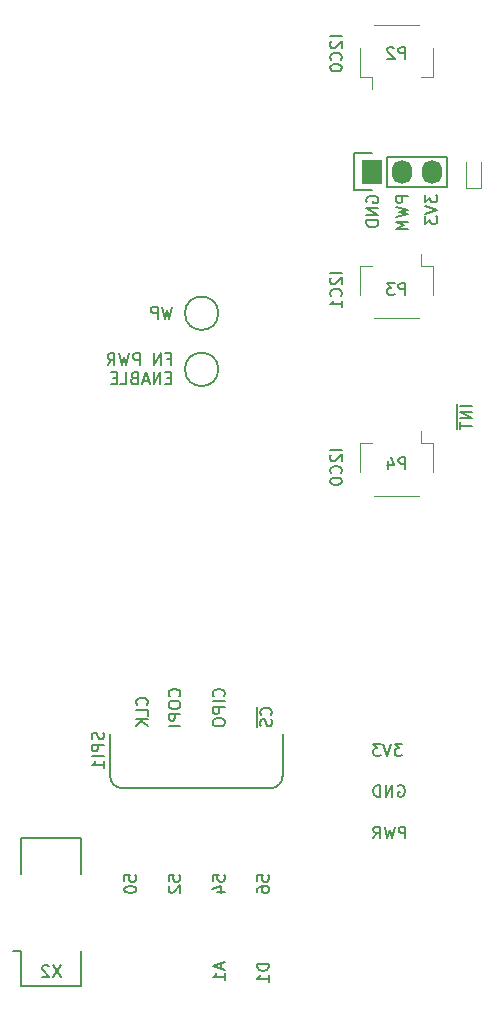
<source format=gbr>
%TF.GenerationSoftware,KiCad,Pcbnew,7.0.6*%
%TF.CreationDate,2023-08-09T14:48:53+09:30*%
%TF.ProjectId,backplane,6261636b-706c-4616-9e65-2e6b69636164,V1.0*%
%TF.SameCoordinates,Original*%
%TF.FileFunction,Legend,Bot*%
%TF.FilePolarity,Positive*%
%FSLAX46Y46*%
G04 Gerber Fmt 4.6, Leading zero omitted, Abs format (unit mm)*
G04 Created by KiCad (PCBNEW 7.0.6) date 2023-08-09 14:48:53*
%MOMM*%
%LPD*%
G01*
G04 APERTURE LIST*
%ADD10C,0.150000*%
%ADD11C,0.120000*%
%ADD12R,1.727200X2.032000*%
%ADD13O,1.727200X2.032000*%
G04 APERTURE END LIST*
D10*
X123600000Y-131200000D02*
G75*
G03*
X124600000Y-130200000I0J1000000D01*
G01*
X111000000Y-131200000D02*
X123600000Y-131200000D01*
X110000000Y-130200000D02*
G75*
G03*
X111000000Y-131200000I1000000J0D01*
G01*
X124600000Y-126600000D02*
X124600000Y-130200000D01*
X110000000Y-126600000D02*
X110000000Y-130200000D01*
X109407200Y-126510840D02*
X109454819Y-126653697D01*
X109454819Y-126653697D02*
X109454819Y-126891792D01*
X109454819Y-126891792D02*
X109407200Y-126987030D01*
X109407200Y-126987030D02*
X109359580Y-127034649D01*
X109359580Y-127034649D02*
X109264342Y-127082268D01*
X109264342Y-127082268D02*
X109169104Y-127082268D01*
X109169104Y-127082268D02*
X109073866Y-127034649D01*
X109073866Y-127034649D02*
X109026247Y-126987030D01*
X109026247Y-126987030D02*
X108978628Y-126891792D01*
X108978628Y-126891792D02*
X108931009Y-126701316D01*
X108931009Y-126701316D02*
X108883390Y-126606078D01*
X108883390Y-126606078D02*
X108835771Y-126558459D01*
X108835771Y-126558459D02*
X108740533Y-126510840D01*
X108740533Y-126510840D02*
X108645295Y-126510840D01*
X108645295Y-126510840D02*
X108550057Y-126558459D01*
X108550057Y-126558459D02*
X108502438Y-126606078D01*
X108502438Y-126606078D02*
X108454819Y-126701316D01*
X108454819Y-126701316D02*
X108454819Y-126939411D01*
X108454819Y-126939411D02*
X108502438Y-127082268D01*
X109454819Y-127510840D02*
X108454819Y-127510840D01*
X108454819Y-127510840D02*
X108454819Y-127891792D01*
X108454819Y-127891792D02*
X108502438Y-127987030D01*
X108502438Y-127987030D02*
X108550057Y-128034649D01*
X108550057Y-128034649D02*
X108645295Y-128082268D01*
X108645295Y-128082268D02*
X108788152Y-128082268D01*
X108788152Y-128082268D02*
X108883390Y-128034649D01*
X108883390Y-128034649D02*
X108931009Y-127987030D01*
X108931009Y-127987030D02*
X108978628Y-127891792D01*
X108978628Y-127891792D02*
X108978628Y-127510840D01*
X109454819Y-128510840D02*
X108454819Y-128510840D01*
X109454819Y-129510839D02*
X109454819Y-128939411D01*
X109454819Y-129225125D02*
X108454819Y-129225125D01*
X108454819Y-129225125D02*
X108597676Y-129129887D01*
X108597676Y-129129887D02*
X108692914Y-129034649D01*
X108692914Y-129034649D02*
X108740533Y-128939411D01*
X119419104Y-146039160D02*
X119419104Y-146515350D01*
X119704819Y-145943922D02*
X118704819Y-146277255D01*
X118704819Y-146277255D02*
X119704819Y-146610588D01*
X119704819Y-147467731D02*
X119704819Y-146896303D01*
X119704819Y-147182017D02*
X118704819Y-147182017D01*
X118704819Y-147182017D02*
X118847676Y-147086779D01*
X118847676Y-147086779D02*
X118942914Y-146991541D01*
X118942914Y-146991541D02*
X118990533Y-146896303D01*
X123454819Y-146086779D02*
X122454819Y-146086779D01*
X122454819Y-146086779D02*
X122454819Y-146324874D01*
X122454819Y-146324874D02*
X122502438Y-146467731D01*
X122502438Y-146467731D02*
X122597676Y-146562969D01*
X122597676Y-146562969D02*
X122692914Y-146610588D01*
X122692914Y-146610588D02*
X122883390Y-146658207D01*
X122883390Y-146658207D02*
X123026247Y-146658207D01*
X123026247Y-146658207D02*
X123216723Y-146610588D01*
X123216723Y-146610588D02*
X123311961Y-146562969D01*
X123311961Y-146562969D02*
X123407200Y-146467731D01*
X123407200Y-146467731D02*
X123454819Y-146324874D01*
X123454819Y-146324874D02*
X123454819Y-146086779D01*
X123454819Y-147610588D02*
X123454819Y-147039160D01*
X123454819Y-147324874D02*
X122454819Y-147324874D01*
X122454819Y-147324874D02*
X122597676Y-147229636D01*
X122597676Y-147229636D02*
X122692914Y-147134398D01*
X122692914Y-147134398D02*
X122740533Y-147039160D01*
X119609580Y-123437030D02*
X119657200Y-123389411D01*
X119657200Y-123389411D02*
X119704819Y-123246554D01*
X119704819Y-123246554D02*
X119704819Y-123151316D01*
X119704819Y-123151316D02*
X119657200Y-123008459D01*
X119657200Y-123008459D02*
X119561961Y-122913221D01*
X119561961Y-122913221D02*
X119466723Y-122865602D01*
X119466723Y-122865602D02*
X119276247Y-122817983D01*
X119276247Y-122817983D02*
X119133390Y-122817983D01*
X119133390Y-122817983D02*
X118942914Y-122865602D01*
X118942914Y-122865602D02*
X118847676Y-122913221D01*
X118847676Y-122913221D02*
X118752438Y-123008459D01*
X118752438Y-123008459D02*
X118704819Y-123151316D01*
X118704819Y-123151316D02*
X118704819Y-123246554D01*
X118704819Y-123246554D02*
X118752438Y-123389411D01*
X118752438Y-123389411D02*
X118800057Y-123437030D01*
X119704819Y-123865602D02*
X118704819Y-123865602D01*
X119704819Y-124341792D02*
X118704819Y-124341792D01*
X118704819Y-124341792D02*
X118704819Y-124722744D01*
X118704819Y-124722744D02*
X118752438Y-124817982D01*
X118752438Y-124817982D02*
X118800057Y-124865601D01*
X118800057Y-124865601D02*
X118895295Y-124913220D01*
X118895295Y-124913220D02*
X119038152Y-124913220D01*
X119038152Y-124913220D02*
X119133390Y-124865601D01*
X119133390Y-124865601D02*
X119181009Y-124817982D01*
X119181009Y-124817982D02*
X119228628Y-124722744D01*
X119228628Y-124722744D02*
X119228628Y-124341792D01*
X118704819Y-125532268D02*
X118704819Y-125722744D01*
X118704819Y-125722744D02*
X118752438Y-125817982D01*
X118752438Y-125817982D02*
X118847676Y-125913220D01*
X118847676Y-125913220D02*
X119038152Y-125960839D01*
X119038152Y-125960839D02*
X119371485Y-125960839D01*
X119371485Y-125960839D02*
X119561961Y-125913220D01*
X119561961Y-125913220D02*
X119657200Y-125817982D01*
X119657200Y-125817982D02*
X119704819Y-125722744D01*
X119704819Y-125722744D02*
X119704819Y-125532268D01*
X119704819Y-125532268D02*
X119657200Y-125437030D01*
X119657200Y-125437030D02*
X119561961Y-125341792D01*
X119561961Y-125341792D02*
X119371485Y-125294173D01*
X119371485Y-125294173D02*
X119038152Y-125294173D01*
X119038152Y-125294173D02*
X118847676Y-125341792D01*
X118847676Y-125341792D02*
X118752438Y-125437030D01*
X118752438Y-125437030D02*
X118704819Y-125532268D01*
X113109580Y-124151315D02*
X113157200Y-124103696D01*
X113157200Y-124103696D02*
X113204819Y-123960839D01*
X113204819Y-123960839D02*
X113204819Y-123865601D01*
X113204819Y-123865601D02*
X113157200Y-123722744D01*
X113157200Y-123722744D02*
X113061961Y-123627506D01*
X113061961Y-123627506D02*
X112966723Y-123579887D01*
X112966723Y-123579887D02*
X112776247Y-123532268D01*
X112776247Y-123532268D02*
X112633390Y-123532268D01*
X112633390Y-123532268D02*
X112442914Y-123579887D01*
X112442914Y-123579887D02*
X112347676Y-123627506D01*
X112347676Y-123627506D02*
X112252438Y-123722744D01*
X112252438Y-123722744D02*
X112204819Y-123865601D01*
X112204819Y-123865601D02*
X112204819Y-123960839D01*
X112204819Y-123960839D02*
X112252438Y-124103696D01*
X112252438Y-124103696D02*
X112300057Y-124151315D01*
X113204819Y-125056077D02*
X113204819Y-124579887D01*
X113204819Y-124579887D02*
X112204819Y-124579887D01*
X113204819Y-125389411D02*
X112204819Y-125389411D01*
X113204819Y-125960839D02*
X112633390Y-125532268D01*
X112204819Y-125960839D02*
X112776247Y-125389411D01*
X118704819Y-139062969D02*
X118704819Y-138586779D01*
X118704819Y-138586779D02*
X119181009Y-138539160D01*
X119181009Y-138539160D02*
X119133390Y-138586779D01*
X119133390Y-138586779D02*
X119085771Y-138682017D01*
X119085771Y-138682017D02*
X119085771Y-138920112D01*
X119085771Y-138920112D02*
X119133390Y-139015350D01*
X119133390Y-139015350D02*
X119181009Y-139062969D01*
X119181009Y-139062969D02*
X119276247Y-139110588D01*
X119276247Y-139110588D02*
X119514342Y-139110588D01*
X119514342Y-139110588D02*
X119609580Y-139062969D01*
X119609580Y-139062969D02*
X119657200Y-139015350D01*
X119657200Y-139015350D02*
X119704819Y-138920112D01*
X119704819Y-138920112D02*
X119704819Y-138682017D01*
X119704819Y-138682017D02*
X119657200Y-138586779D01*
X119657200Y-138586779D02*
X119609580Y-138539160D01*
X119038152Y-139967731D02*
X119704819Y-139967731D01*
X118657200Y-139729636D02*
X119371485Y-139491541D01*
X119371485Y-139491541D02*
X119371485Y-140110588D01*
X136704819Y-80991541D02*
X136704819Y-81610588D01*
X136704819Y-81610588D02*
X137085771Y-81277255D01*
X137085771Y-81277255D02*
X137085771Y-81420112D01*
X137085771Y-81420112D02*
X137133390Y-81515350D01*
X137133390Y-81515350D02*
X137181009Y-81562969D01*
X137181009Y-81562969D02*
X137276247Y-81610588D01*
X137276247Y-81610588D02*
X137514342Y-81610588D01*
X137514342Y-81610588D02*
X137609580Y-81562969D01*
X137609580Y-81562969D02*
X137657200Y-81515350D01*
X137657200Y-81515350D02*
X137704819Y-81420112D01*
X137704819Y-81420112D02*
X137704819Y-81134398D01*
X137704819Y-81134398D02*
X137657200Y-81039160D01*
X137657200Y-81039160D02*
X137609580Y-80991541D01*
X136704819Y-81896303D02*
X137704819Y-82229636D01*
X137704819Y-82229636D02*
X136704819Y-82562969D01*
X136704819Y-82801065D02*
X136704819Y-83420112D01*
X136704819Y-83420112D02*
X137085771Y-83086779D01*
X137085771Y-83086779D02*
X137085771Y-83229636D01*
X137085771Y-83229636D02*
X137133390Y-83324874D01*
X137133390Y-83324874D02*
X137181009Y-83372493D01*
X137181009Y-83372493D02*
X137276247Y-83420112D01*
X137276247Y-83420112D02*
X137514342Y-83420112D01*
X137514342Y-83420112D02*
X137609580Y-83372493D01*
X137609580Y-83372493D02*
X137657200Y-83324874D01*
X137657200Y-83324874D02*
X137704819Y-83229636D01*
X137704819Y-83229636D02*
X137704819Y-82943922D01*
X137704819Y-82943922D02*
X137657200Y-82848684D01*
X137657200Y-82848684D02*
X137609580Y-82801065D01*
X135204819Y-81086779D02*
X134204819Y-81086779D01*
X134204819Y-81086779D02*
X134204819Y-81467731D01*
X134204819Y-81467731D02*
X134252438Y-81562969D01*
X134252438Y-81562969D02*
X134300057Y-81610588D01*
X134300057Y-81610588D02*
X134395295Y-81658207D01*
X134395295Y-81658207D02*
X134538152Y-81658207D01*
X134538152Y-81658207D02*
X134633390Y-81610588D01*
X134633390Y-81610588D02*
X134681009Y-81562969D01*
X134681009Y-81562969D02*
X134728628Y-81467731D01*
X134728628Y-81467731D02*
X134728628Y-81086779D01*
X134204819Y-81991541D02*
X135204819Y-82229636D01*
X135204819Y-82229636D02*
X134490533Y-82420112D01*
X134490533Y-82420112D02*
X135204819Y-82610588D01*
X135204819Y-82610588D02*
X134204819Y-82848684D01*
X135204819Y-83229636D02*
X134204819Y-83229636D01*
X134204819Y-83229636D02*
X134919104Y-83562969D01*
X134919104Y-83562969D02*
X134204819Y-83896302D01*
X134204819Y-83896302D02*
X135204819Y-83896302D01*
X111204819Y-139062969D02*
X111204819Y-138586779D01*
X111204819Y-138586779D02*
X111681009Y-138539160D01*
X111681009Y-138539160D02*
X111633390Y-138586779D01*
X111633390Y-138586779D02*
X111585771Y-138682017D01*
X111585771Y-138682017D02*
X111585771Y-138920112D01*
X111585771Y-138920112D02*
X111633390Y-139015350D01*
X111633390Y-139015350D02*
X111681009Y-139062969D01*
X111681009Y-139062969D02*
X111776247Y-139110588D01*
X111776247Y-139110588D02*
X112014342Y-139110588D01*
X112014342Y-139110588D02*
X112109580Y-139062969D01*
X112109580Y-139062969D02*
X112157200Y-139015350D01*
X112157200Y-139015350D02*
X112204819Y-138920112D01*
X112204819Y-138920112D02*
X112204819Y-138682017D01*
X112204819Y-138682017D02*
X112157200Y-138586779D01*
X112157200Y-138586779D02*
X112109580Y-138539160D01*
X111204819Y-139729636D02*
X111204819Y-139824874D01*
X111204819Y-139824874D02*
X111252438Y-139920112D01*
X111252438Y-139920112D02*
X111300057Y-139967731D01*
X111300057Y-139967731D02*
X111395295Y-140015350D01*
X111395295Y-140015350D02*
X111585771Y-140062969D01*
X111585771Y-140062969D02*
X111823866Y-140062969D01*
X111823866Y-140062969D02*
X112014342Y-140015350D01*
X112014342Y-140015350D02*
X112109580Y-139967731D01*
X112109580Y-139967731D02*
X112157200Y-139920112D01*
X112157200Y-139920112D02*
X112204819Y-139824874D01*
X112204819Y-139824874D02*
X112204819Y-139729636D01*
X112204819Y-139729636D02*
X112157200Y-139634398D01*
X112157200Y-139634398D02*
X112109580Y-139586779D01*
X112109580Y-139586779D02*
X112014342Y-139539160D01*
X112014342Y-139539160D02*
X111823866Y-139491541D01*
X111823866Y-139491541D02*
X111585771Y-139491541D01*
X111585771Y-139491541D02*
X111395295Y-139539160D01*
X111395295Y-139539160D02*
X111300057Y-139586779D01*
X111300057Y-139586779D02*
X111252438Y-139634398D01*
X111252438Y-139634398D02*
X111204819Y-139729636D01*
X134717731Y-127454819D02*
X134098684Y-127454819D01*
X134098684Y-127454819D02*
X134432017Y-127835771D01*
X134432017Y-127835771D02*
X134289160Y-127835771D01*
X134289160Y-127835771D02*
X134193922Y-127883390D01*
X134193922Y-127883390D02*
X134146303Y-127931009D01*
X134146303Y-127931009D02*
X134098684Y-128026247D01*
X134098684Y-128026247D02*
X134098684Y-128264342D01*
X134098684Y-128264342D02*
X134146303Y-128359580D01*
X134146303Y-128359580D02*
X134193922Y-128407200D01*
X134193922Y-128407200D02*
X134289160Y-128454819D01*
X134289160Y-128454819D02*
X134574874Y-128454819D01*
X134574874Y-128454819D02*
X134670112Y-128407200D01*
X134670112Y-128407200D02*
X134717731Y-128359580D01*
X133812969Y-127454819D02*
X133479636Y-128454819D01*
X133479636Y-128454819D02*
X133146303Y-127454819D01*
X132908207Y-127454819D02*
X132289160Y-127454819D01*
X132289160Y-127454819D02*
X132622493Y-127835771D01*
X132622493Y-127835771D02*
X132479636Y-127835771D01*
X132479636Y-127835771D02*
X132384398Y-127883390D01*
X132384398Y-127883390D02*
X132336779Y-127931009D01*
X132336779Y-127931009D02*
X132289160Y-128026247D01*
X132289160Y-128026247D02*
X132289160Y-128264342D01*
X132289160Y-128264342D02*
X132336779Y-128359580D01*
X132336779Y-128359580D02*
X132384398Y-128407200D01*
X132384398Y-128407200D02*
X132479636Y-128454819D01*
X132479636Y-128454819D02*
X132765350Y-128454819D01*
X132765350Y-128454819D02*
X132860588Y-128407200D01*
X132860588Y-128407200D02*
X132908207Y-128359580D01*
X114829887Y-94876009D02*
X115163220Y-94876009D01*
X115163220Y-95399819D02*
X115163220Y-94399819D01*
X115163220Y-94399819D02*
X114687030Y-94399819D01*
X114306077Y-95399819D02*
X114306077Y-94399819D01*
X114306077Y-94399819D02*
X113734649Y-95399819D01*
X113734649Y-95399819D02*
X113734649Y-94399819D01*
X112496553Y-95399819D02*
X112496553Y-94399819D01*
X112496553Y-94399819D02*
X112115601Y-94399819D01*
X112115601Y-94399819D02*
X112020363Y-94447438D01*
X112020363Y-94447438D02*
X111972744Y-94495057D01*
X111972744Y-94495057D02*
X111925125Y-94590295D01*
X111925125Y-94590295D02*
X111925125Y-94733152D01*
X111925125Y-94733152D02*
X111972744Y-94828390D01*
X111972744Y-94828390D02*
X112020363Y-94876009D01*
X112020363Y-94876009D02*
X112115601Y-94923628D01*
X112115601Y-94923628D02*
X112496553Y-94923628D01*
X111591791Y-94399819D02*
X111353696Y-95399819D01*
X111353696Y-95399819D02*
X111163220Y-94685533D01*
X111163220Y-94685533D02*
X110972744Y-95399819D01*
X110972744Y-95399819D02*
X110734649Y-94399819D01*
X109782268Y-95399819D02*
X110115601Y-94923628D01*
X110353696Y-95399819D02*
X110353696Y-94399819D01*
X110353696Y-94399819D02*
X109972744Y-94399819D01*
X109972744Y-94399819D02*
X109877506Y-94447438D01*
X109877506Y-94447438D02*
X109829887Y-94495057D01*
X109829887Y-94495057D02*
X109782268Y-94590295D01*
X109782268Y-94590295D02*
X109782268Y-94733152D01*
X109782268Y-94733152D02*
X109829887Y-94828390D01*
X109829887Y-94828390D02*
X109877506Y-94876009D01*
X109877506Y-94876009D02*
X109972744Y-94923628D01*
X109972744Y-94923628D02*
X110353696Y-94923628D01*
X115163220Y-96486009D02*
X114829887Y-96486009D01*
X114687030Y-97009819D02*
X115163220Y-97009819D01*
X115163220Y-97009819D02*
X115163220Y-96009819D01*
X115163220Y-96009819D02*
X114687030Y-96009819D01*
X114258458Y-97009819D02*
X114258458Y-96009819D01*
X114258458Y-96009819D02*
X113687030Y-97009819D01*
X113687030Y-97009819D02*
X113687030Y-96009819D01*
X113258458Y-96724104D02*
X112782268Y-96724104D01*
X113353696Y-97009819D02*
X113020363Y-96009819D01*
X113020363Y-96009819D02*
X112687030Y-97009819D01*
X112020363Y-96486009D02*
X111877506Y-96533628D01*
X111877506Y-96533628D02*
X111829887Y-96581247D01*
X111829887Y-96581247D02*
X111782268Y-96676485D01*
X111782268Y-96676485D02*
X111782268Y-96819342D01*
X111782268Y-96819342D02*
X111829887Y-96914580D01*
X111829887Y-96914580D02*
X111877506Y-96962200D01*
X111877506Y-96962200D02*
X111972744Y-97009819D01*
X111972744Y-97009819D02*
X112353696Y-97009819D01*
X112353696Y-97009819D02*
X112353696Y-96009819D01*
X112353696Y-96009819D02*
X112020363Y-96009819D01*
X112020363Y-96009819D02*
X111925125Y-96057438D01*
X111925125Y-96057438D02*
X111877506Y-96105057D01*
X111877506Y-96105057D02*
X111829887Y-96200295D01*
X111829887Y-96200295D02*
X111829887Y-96295533D01*
X111829887Y-96295533D02*
X111877506Y-96390771D01*
X111877506Y-96390771D02*
X111925125Y-96438390D01*
X111925125Y-96438390D02*
X112020363Y-96486009D01*
X112020363Y-96486009D02*
X112353696Y-96486009D01*
X110877506Y-97009819D02*
X111353696Y-97009819D01*
X111353696Y-97009819D02*
X111353696Y-96009819D01*
X110544172Y-96486009D02*
X110210839Y-96486009D01*
X110067982Y-97009819D02*
X110544172Y-97009819D01*
X110544172Y-97009819D02*
X110544172Y-96009819D01*
X110544172Y-96009819D02*
X110067982Y-96009819D01*
X134384398Y-131002438D02*
X134479636Y-130954819D01*
X134479636Y-130954819D02*
X134622493Y-130954819D01*
X134622493Y-130954819D02*
X134765350Y-131002438D01*
X134765350Y-131002438D02*
X134860588Y-131097676D01*
X134860588Y-131097676D02*
X134908207Y-131192914D01*
X134908207Y-131192914D02*
X134955826Y-131383390D01*
X134955826Y-131383390D02*
X134955826Y-131526247D01*
X134955826Y-131526247D02*
X134908207Y-131716723D01*
X134908207Y-131716723D02*
X134860588Y-131811961D01*
X134860588Y-131811961D02*
X134765350Y-131907200D01*
X134765350Y-131907200D02*
X134622493Y-131954819D01*
X134622493Y-131954819D02*
X134527255Y-131954819D01*
X134527255Y-131954819D02*
X134384398Y-131907200D01*
X134384398Y-131907200D02*
X134336779Y-131859580D01*
X134336779Y-131859580D02*
X134336779Y-131526247D01*
X134336779Y-131526247D02*
X134527255Y-131526247D01*
X133908207Y-131954819D02*
X133908207Y-130954819D01*
X133908207Y-130954819D02*
X133336779Y-131954819D01*
X133336779Y-131954819D02*
X133336779Y-130954819D01*
X132860588Y-131954819D02*
X132860588Y-130954819D01*
X132860588Y-130954819D02*
X132622493Y-130954819D01*
X132622493Y-130954819D02*
X132479636Y-131002438D01*
X132479636Y-131002438D02*
X132384398Y-131097676D01*
X132384398Y-131097676D02*
X132336779Y-131192914D01*
X132336779Y-131192914D02*
X132289160Y-131383390D01*
X132289160Y-131383390D02*
X132289160Y-131526247D01*
X132289160Y-131526247D02*
X132336779Y-131716723D01*
X132336779Y-131716723D02*
X132384398Y-131811961D01*
X132384398Y-131811961D02*
X132479636Y-131907200D01*
X132479636Y-131907200D02*
X132622493Y-131954819D01*
X132622493Y-131954819D02*
X132860588Y-131954819D01*
X135003445Y-135454819D02*
X135003445Y-134454819D01*
X135003445Y-134454819D02*
X134622493Y-134454819D01*
X134622493Y-134454819D02*
X134527255Y-134502438D01*
X134527255Y-134502438D02*
X134479636Y-134550057D01*
X134479636Y-134550057D02*
X134432017Y-134645295D01*
X134432017Y-134645295D02*
X134432017Y-134788152D01*
X134432017Y-134788152D02*
X134479636Y-134883390D01*
X134479636Y-134883390D02*
X134527255Y-134931009D01*
X134527255Y-134931009D02*
X134622493Y-134978628D01*
X134622493Y-134978628D02*
X135003445Y-134978628D01*
X134098683Y-134454819D02*
X133860588Y-135454819D01*
X133860588Y-135454819D02*
X133670112Y-134740533D01*
X133670112Y-134740533D02*
X133479636Y-135454819D01*
X133479636Y-135454819D02*
X133241541Y-134454819D01*
X132289160Y-135454819D02*
X132622493Y-134978628D01*
X132860588Y-135454819D02*
X132860588Y-134454819D01*
X132860588Y-134454819D02*
X132479636Y-134454819D01*
X132479636Y-134454819D02*
X132384398Y-134502438D01*
X132384398Y-134502438D02*
X132336779Y-134550057D01*
X132336779Y-134550057D02*
X132289160Y-134645295D01*
X132289160Y-134645295D02*
X132289160Y-134788152D01*
X132289160Y-134788152D02*
X132336779Y-134883390D01*
X132336779Y-134883390D02*
X132384398Y-134931009D01*
X132384398Y-134931009D02*
X132479636Y-134978628D01*
X132479636Y-134978628D02*
X132860588Y-134978628D01*
X129619819Y-102547619D02*
X128619819Y-102547619D01*
X128715057Y-102976190D02*
X128667438Y-103023809D01*
X128667438Y-103023809D02*
X128619819Y-103119047D01*
X128619819Y-103119047D02*
X128619819Y-103357142D01*
X128619819Y-103357142D02*
X128667438Y-103452380D01*
X128667438Y-103452380D02*
X128715057Y-103499999D01*
X128715057Y-103499999D02*
X128810295Y-103547618D01*
X128810295Y-103547618D02*
X128905533Y-103547618D01*
X128905533Y-103547618D02*
X129048390Y-103499999D01*
X129048390Y-103499999D02*
X129619819Y-102928571D01*
X129619819Y-102928571D02*
X129619819Y-103547618D01*
X129524580Y-104547618D02*
X129572200Y-104499999D01*
X129572200Y-104499999D02*
X129619819Y-104357142D01*
X129619819Y-104357142D02*
X129619819Y-104261904D01*
X129619819Y-104261904D02*
X129572200Y-104119047D01*
X129572200Y-104119047D02*
X129476961Y-104023809D01*
X129476961Y-104023809D02*
X129381723Y-103976190D01*
X129381723Y-103976190D02*
X129191247Y-103928571D01*
X129191247Y-103928571D02*
X129048390Y-103928571D01*
X129048390Y-103928571D02*
X128857914Y-103976190D01*
X128857914Y-103976190D02*
X128762676Y-104023809D01*
X128762676Y-104023809D02*
X128667438Y-104119047D01*
X128667438Y-104119047D02*
X128619819Y-104261904D01*
X128619819Y-104261904D02*
X128619819Y-104357142D01*
X128619819Y-104357142D02*
X128667438Y-104499999D01*
X128667438Y-104499999D02*
X128715057Y-104547618D01*
X128619819Y-105166666D02*
X128619819Y-105261904D01*
X128619819Y-105261904D02*
X128667438Y-105357142D01*
X128667438Y-105357142D02*
X128715057Y-105404761D01*
X128715057Y-105404761D02*
X128810295Y-105452380D01*
X128810295Y-105452380D02*
X129000771Y-105499999D01*
X129000771Y-105499999D02*
X129238866Y-105499999D01*
X129238866Y-105499999D02*
X129429342Y-105452380D01*
X129429342Y-105452380D02*
X129524580Y-105404761D01*
X129524580Y-105404761D02*
X129572200Y-105357142D01*
X129572200Y-105357142D02*
X129619819Y-105261904D01*
X129619819Y-105261904D02*
X129619819Y-105166666D01*
X129619819Y-105166666D02*
X129572200Y-105071428D01*
X129572200Y-105071428D02*
X129524580Y-105023809D01*
X129524580Y-105023809D02*
X129429342Y-104976190D01*
X129429342Y-104976190D02*
X129238866Y-104928571D01*
X129238866Y-104928571D02*
X129000771Y-104928571D01*
X129000771Y-104928571D02*
X128810295Y-104976190D01*
X128810295Y-104976190D02*
X128715057Y-105023809D01*
X128715057Y-105023809D02*
X128667438Y-105071428D01*
X128667438Y-105071428D02*
X128619819Y-105166666D01*
X122454819Y-139062969D02*
X122454819Y-138586779D01*
X122454819Y-138586779D02*
X122931009Y-138539160D01*
X122931009Y-138539160D02*
X122883390Y-138586779D01*
X122883390Y-138586779D02*
X122835771Y-138682017D01*
X122835771Y-138682017D02*
X122835771Y-138920112D01*
X122835771Y-138920112D02*
X122883390Y-139015350D01*
X122883390Y-139015350D02*
X122931009Y-139062969D01*
X122931009Y-139062969D02*
X123026247Y-139110588D01*
X123026247Y-139110588D02*
X123264342Y-139110588D01*
X123264342Y-139110588D02*
X123359580Y-139062969D01*
X123359580Y-139062969D02*
X123407200Y-139015350D01*
X123407200Y-139015350D02*
X123454819Y-138920112D01*
X123454819Y-138920112D02*
X123454819Y-138682017D01*
X123454819Y-138682017D02*
X123407200Y-138586779D01*
X123407200Y-138586779D02*
X123359580Y-138539160D01*
X122454819Y-139967731D02*
X122454819Y-139777255D01*
X122454819Y-139777255D02*
X122502438Y-139682017D01*
X122502438Y-139682017D02*
X122550057Y-139634398D01*
X122550057Y-139634398D02*
X122692914Y-139539160D01*
X122692914Y-139539160D02*
X122883390Y-139491541D01*
X122883390Y-139491541D02*
X123264342Y-139491541D01*
X123264342Y-139491541D02*
X123359580Y-139539160D01*
X123359580Y-139539160D02*
X123407200Y-139586779D01*
X123407200Y-139586779D02*
X123454819Y-139682017D01*
X123454819Y-139682017D02*
X123454819Y-139872493D01*
X123454819Y-139872493D02*
X123407200Y-139967731D01*
X123407200Y-139967731D02*
X123359580Y-140015350D01*
X123359580Y-140015350D02*
X123264342Y-140062969D01*
X123264342Y-140062969D02*
X123026247Y-140062969D01*
X123026247Y-140062969D02*
X122931009Y-140015350D01*
X122931009Y-140015350D02*
X122883390Y-139967731D01*
X122883390Y-139967731D02*
X122835771Y-139872493D01*
X122835771Y-139872493D02*
X122835771Y-139682017D01*
X122835771Y-139682017D02*
X122883390Y-139586779D01*
X122883390Y-139586779D02*
X122931009Y-139539160D01*
X122931009Y-139539160D02*
X123026247Y-139491541D01*
X123609580Y-125008458D02*
X123657200Y-124960839D01*
X123657200Y-124960839D02*
X123704819Y-124817982D01*
X123704819Y-124817982D02*
X123704819Y-124722744D01*
X123704819Y-124722744D02*
X123657200Y-124579887D01*
X123657200Y-124579887D02*
X123561961Y-124484649D01*
X123561961Y-124484649D02*
X123466723Y-124437030D01*
X123466723Y-124437030D02*
X123276247Y-124389411D01*
X123276247Y-124389411D02*
X123133390Y-124389411D01*
X123133390Y-124389411D02*
X122942914Y-124437030D01*
X122942914Y-124437030D02*
X122847676Y-124484649D01*
X122847676Y-124484649D02*
X122752438Y-124579887D01*
X122752438Y-124579887D02*
X122704819Y-124722744D01*
X122704819Y-124722744D02*
X122704819Y-124817982D01*
X122704819Y-124817982D02*
X122752438Y-124960839D01*
X122752438Y-124960839D02*
X122800057Y-125008458D01*
X123657200Y-125389411D02*
X123704819Y-125532268D01*
X123704819Y-125532268D02*
X123704819Y-125770363D01*
X123704819Y-125770363D02*
X123657200Y-125865601D01*
X123657200Y-125865601D02*
X123609580Y-125913220D01*
X123609580Y-125913220D02*
X123514342Y-125960839D01*
X123514342Y-125960839D02*
X123419104Y-125960839D01*
X123419104Y-125960839D02*
X123323866Y-125913220D01*
X123323866Y-125913220D02*
X123276247Y-125865601D01*
X123276247Y-125865601D02*
X123228628Y-125770363D01*
X123228628Y-125770363D02*
X123181009Y-125579887D01*
X123181009Y-125579887D02*
X123133390Y-125484649D01*
X123133390Y-125484649D02*
X123085771Y-125437030D01*
X123085771Y-125437030D02*
X122990533Y-125389411D01*
X122990533Y-125389411D02*
X122895295Y-125389411D01*
X122895295Y-125389411D02*
X122800057Y-125437030D01*
X122800057Y-125437030D02*
X122752438Y-125484649D01*
X122752438Y-125484649D02*
X122704819Y-125579887D01*
X122704819Y-125579887D02*
X122704819Y-125817982D01*
X122704819Y-125817982D02*
X122752438Y-125960839D01*
X122427200Y-124298935D02*
X122427200Y-126051316D01*
X114954819Y-139062969D02*
X114954819Y-138586779D01*
X114954819Y-138586779D02*
X115431009Y-138539160D01*
X115431009Y-138539160D02*
X115383390Y-138586779D01*
X115383390Y-138586779D02*
X115335771Y-138682017D01*
X115335771Y-138682017D02*
X115335771Y-138920112D01*
X115335771Y-138920112D02*
X115383390Y-139015350D01*
X115383390Y-139015350D02*
X115431009Y-139062969D01*
X115431009Y-139062969D02*
X115526247Y-139110588D01*
X115526247Y-139110588D02*
X115764342Y-139110588D01*
X115764342Y-139110588D02*
X115859580Y-139062969D01*
X115859580Y-139062969D02*
X115907200Y-139015350D01*
X115907200Y-139015350D02*
X115954819Y-138920112D01*
X115954819Y-138920112D02*
X115954819Y-138682017D01*
X115954819Y-138682017D02*
X115907200Y-138586779D01*
X115907200Y-138586779D02*
X115859580Y-138539160D01*
X115050057Y-139491541D02*
X115002438Y-139539160D01*
X115002438Y-139539160D02*
X114954819Y-139634398D01*
X114954819Y-139634398D02*
X114954819Y-139872493D01*
X114954819Y-139872493D02*
X115002438Y-139967731D01*
X115002438Y-139967731D02*
X115050057Y-140015350D01*
X115050057Y-140015350D02*
X115145295Y-140062969D01*
X115145295Y-140062969D02*
X115240533Y-140062969D01*
X115240533Y-140062969D02*
X115383390Y-140015350D01*
X115383390Y-140015350D02*
X115954819Y-139443922D01*
X115954819Y-139443922D02*
X115954819Y-140062969D01*
X131752438Y-81610588D02*
X131704819Y-81515350D01*
X131704819Y-81515350D02*
X131704819Y-81372493D01*
X131704819Y-81372493D02*
X131752438Y-81229636D01*
X131752438Y-81229636D02*
X131847676Y-81134398D01*
X131847676Y-81134398D02*
X131942914Y-81086779D01*
X131942914Y-81086779D02*
X132133390Y-81039160D01*
X132133390Y-81039160D02*
X132276247Y-81039160D01*
X132276247Y-81039160D02*
X132466723Y-81086779D01*
X132466723Y-81086779D02*
X132561961Y-81134398D01*
X132561961Y-81134398D02*
X132657200Y-81229636D01*
X132657200Y-81229636D02*
X132704819Y-81372493D01*
X132704819Y-81372493D02*
X132704819Y-81467731D01*
X132704819Y-81467731D02*
X132657200Y-81610588D01*
X132657200Y-81610588D02*
X132609580Y-81658207D01*
X132609580Y-81658207D02*
X132276247Y-81658207D01*
X132276247Y-81658207D02*
X132276247Y-81467731D01*
X132704819Y-82086779D02*
X131704819Y-82086779D01*
X131704819Y-82086779D02*
X132704819Y-82658207D01*
X132704819Y-82658207D02*
X131704819Y-82658207D01*
X132704819Y-83134398D02*
X131704819Y-83134398D01*
X131704819Y-83134398D02*
X131704819Y-83372493D01*
X131704819Y-83372493D02*
X131752438Y-83515350D01*
X131752438Y-83515350D02*
X131847676Y-83610588D01*
X131847676Y-83610588D02*
X131942914Y-83658207D01*
X131942914Y-83658207D02*
X132133390Y-83705826D01*
X132133390Y-83705826D02*
X132276247Y-83705826D01*
X132276247Y-83705826D02*
X132466723Y-83658207D01*
X132466723Y-83658207D02*
X132561961Y-83610588D01*
X132561961Y-83610588D02*
X132657200Y-83515350D01*
X132657200Y-83515350D02*
X132704819Y-83372493D01*
X132704819Y-83372493D02*
X132704819Y-83134398D01*
X115859580Y-123437030D02*
X115907200Y-123389411D01*
X115907200Y-123389411D02*
X115954819Y-123246554D01*
X115954819Y-123246554D02*
X115954819Y-123151316D01*
X115954819Y-123151316D02*
X115907200Y-123008459D01*
X115907200Y-123008459D02*
X115811961Y-122913221D01*
X115811961Y-122913221D02*
X115716723Y-122865602D01*
X115716723Y-122865602D02*
X115526247Y-122817983D01*
X115526247Y-122817983D02*
X115383390Y-122817983D01*
X115383390Y-122817983D02*
X115192914Y-122865602D01*
X115192914Y-122865602D02*
X115097676Y-122913221D01*
X115097676Y-122913221D02*
X115002438Y-123008459D01*
X115002438Y-123008459D02*
X114954819Y-123151316D01*
X114954819Y-123151316D02*
X114954819Y-123246554D01*
X114954819Y-123246554D02*
X115002438Y-123389411D01*
X115002438Y-123389411D02*
X115050057Y-123437030D01*
X114954819Y-124056078D02*
X114954819Y-124246554D01*
X114954819Y-124246554D02*
X115002438Y-124341792D01*
X115002438Y-124341792D02*
X115097676Y-124437030D01*
X115097676Y-124437030D02*
X115288152Y-124484649D01*
X115288152Y-124484649D02*
X115621485Y-124484649D01*
X115621485Y-124484649D02*
X115811961Y-124437030D01*
X115811961Y-124437030D02*
X115907200Y-124341792D01*
X115907200Y-124341792D02*
X115954819Y-124246554D01*
X115954819Y-124246554D02*
X115954819Y-124056078D01*
X115954819Y-124056078D02*
X115907200Y-123960840D01*
X115907200Y-123960840D02*
X115811961Y-123865602D01*
X115811961Y-123865602D02*
X115621485Y-123817983D01*
X115621485Y-123817983D02*
X115288152Y-123817983D01*
X115288152Y-123817983D02*
X115097676Y-123865602D01*
X115097676Y-123865602D02*
X115002438Y-123960840D01*
X115002438Y-123960840D02*
X114954819Y-124056078D01*
X115954819Y-124913221D02*
X114954819Y-124913221D01*
X114954819Y-124913221D02*
X114954819Y-125294173D01*
X114954819Y-125294173D02*
X115002438Y-125389411D01*
X115002438Y-125389411D02*
X115050057Y-125437030D01*
X115050057Y-125437030D02*
X115145295Y-125484649D01*
X115145295Y-125484649D02*
X115288152Y-125484649D01*
X115288152Y-125484649D02*
X115383390Y-125437030D01*
X115383390Y-125437030D02*
X115431009Y-125389411D01*
X115431009Y-125389411D02*
X115478628Y-125294173D01*
X115478628Y-125294173D02*
X115478628Y-124913221D01*
X115954819Y-125913221D02*
X114954819Y-125913221D01*
X129619819Y-87547619D02*
X128619819Y-87547619D01*
X128715057Y-87976190D02*
X128667438Y-88023809D01*
X128667438Y-88023809D02*
X128619819Y-88119047D01*
X128619819Y-88119047D02*
X128619819Y-88357142D01*
X128619819Y-88357142D02*
X128667438Y-88452380D01*
X128667438Y-88452380D02*
X128715057Y-88499999D01*
X128715057Y-88499999D02*
X128810295Y-88547618D01*
X128810295Y-88547618D02*
X128905533Y-88547618D01*
X128905533Y-88547618D02*
X129048390Y-88499999D01*
X129048390Y-88499999D02*
X129619819Y-87928571D01*
X129619819Y-87928571D02*
X129619819Y-88547618D01*
X129524580Y-89547618D02*
X129572200Y-89499999D01*
X129572200Y-89499999D02*
X129619819Y-89357142D01*
X129619819Y-89357142D02*
X129619819Y-89261904D01*
X129619819Y-89261904D02*
X129572200Y-89119047D01*
X129572200Y-89119047D02*
X129476961Y-89023809D01*
X129476961Y-89023809D02*
X129381723Y-88976190D01*
X129381723Y-88976190D02*
X129191247Y-88928571D01*
X129191247Y-88928571D02*
X129048390Y-88928571D01*
X129048390Y-88928571D02*
X128857914Y-88976190D01*
X128857914Y-88976190D02*
X128762676Y-89023809D01*
X128762676Y-89023809D02*
X128667438Y-89119047D01*
X128667438Y-89119047D02*
X128619819Y-89261904D01*
X128619819Y-89261904D02*
X128619819Y-89357142D01*
X128619819Y-89357142D02*
X128667438Y-89499999D01*
X128667438Y-89499999D02*
X128715057Y-89547618D01*
X129619819Y-90499999D02*
X129619819Y-89928571D01*
X129619819Y-90214285D02*
X128619819Y-90214285D01*
X128619819Y-90214285D02*
X128762676Y-90119047D01*
X128762676Y-90119047D02*
X128857914Y-90023809D01*
X128857914Y-90023809D02*
X128905533Y-89928571D01*
X115258458Y-90454819D02*
X115020363Y-91454819D01*
X115020363Y-91454819D02*
X114829887Y-90740533D01*
X114829887Y-90740533D02*
X114639411Y-91454819D01*
X114639411Y-91454819D02*
X114401316Y-90454819D01*
X114020363Y-91454819D02*
X114020363Y-90454819D01*
X114020363Y-90454819D02*
X113639411Y-90454819D01*
X113639411Y-90454819D02*
X113544173Y-90502438D01*
X113544173Y-90502438D02*
X113496554Y-90550057D01*
X113496554Y-90550057D02*
X113448935Y-90645295D01*
X113448935Y-90645295D02*
X113448935Y-90788152D01*
X113448935Y-90788152D02*
X113496554Y-90883390D01*
X113496554Y-90883390D02*
X113544173Y-90931009D01*
X113544173Y-90931009D02*
X113639411Y-90978628D01*
X113639411Y-90978628D02*
X114020363Y-90978628D01*
X140619819Y-98845238D02*
X139619819Y-98845238D01*
X140619819Y-99321428D02*
X139619819Y-99321428D01*
X139619819Y-99321428D02*
X140619819Y-99892856D01*
X140619819Y-99892856D02*
X139619819Y-99892856D01*
X139619819Y-100226190D02*
X139619819Y-100797618D01*
X140619819Y-100511904D02*
X139619819Y-100511904D01*
X139342200Y-98707143D02*
X139342200Y-100792857D01*
X129619819Y-67547619D02*
X128619819Y-67547619D01*
X128715057Y-67976190D02*
X128667438Y-68023809D01*
X128667438Y-68023809D02*
X128619819Y-68119047D01*
X128619819Y-68119047D02*
X128619819Y-68357142D01*
X128619819Y-68357142D02*
X128667438Y-68452380D01*
X128667438Y-68452380D02*
X128715057Y-68499999D01*
X128715057Y-68499999D02*
X128810295Y-68547618D01*
X128810295Y-68547618D02*
X128905533Y-68547618D01*
X128905533Y-68547618D02*
X129048390Y-68499999D01*
X129048390Y-68499999D02*
X129619819Y-67928571D01*
X129619819Y-67928571D02*
X129619819Y-68547618D01*
X129524580Y-69547618D02*
X129572200Y-69499999D01*
X129572200Y-69499999D02*
X129619819Y-69357142D01*
X129619819Y-69357142D02*
X129619819Y-69261904D01*
X129619819Y-69261904D02*
X129572200Y-69119047D01*
X129572200Y-69119047D02*
X129476961Y-69023809D01*
X129476961Y-69023809D02*
X129381723Y-68976190D01*
X129381723Y-68976190D02*
X129191247Y-68928571D01*
X129191247Y-68928571D02*
X129048390Y-68928571D01*
X129048390Y-68928571D02*
X128857914Y-68976190D01*
X128857914Y-68976190D02*
X128762676Y-69023809D01*
X128762676Y-69023809D02*
X128667438Y-69119047D01*
X128667438Y-69119047D02*
X128619819Y-69261904D01*
X128619819Y-69261904D02*
X128619819Y-69357142D01*
X128619819Y-69357142D02*
X128667438Y-69499999D01*
X128667438Y-69499999D02*
X128715057Y-69547618D01*
X128619819Y-70166666D02*
X128619819Y-70261904D01*
X128619819Y-70261904D02*
X128667438Y-70357142D01*
X128667438Y-70357142D02*
X128715057Y-70404761D01*
X128715057Y-70404761D02*
X128810295Y-70452380D01*
X128810295Y-70452380D02*
X129000771Y-70499999D01*
X129000771Y-70499999D02*
X129238866Y-70499999D01*
X129238866Y-70499999D02*
X129429342Y-70452380D01*
X129429342Y-70452380D02*
X129524580Y-70404761D01*
X129524580Y-70404761D02*
X129572200Y-70357142D01*
X129572200Y-70357142D02*
X129619819Y-70261904D01*
X129619819Y-70261904D02*
X129619819Y-70166666D01*
X129619819Y-70166666D02*
X129572200Y-70071428D01*
X129572200Y-70071428D02*
X129524580Y-70023809D01*
X129524580Y-70023809D02*
X129429342Y-69976190D01*
X129429342Y-69976190D02*
X129238866Y-69928571D01*
X129238866Y-69928571D02*
X129000771Y-69928571D01*
X129000771Y-69928571D02*
X128810295Y-69976190D01*
X128810295Y-69976190D02*
X128715057Y-70023809D01*
X128715057Y-70023809D02*
X128667438Y-70071428D01*
X128667438Y-70071428D02*
X128619819Y-70166666D01*
X134988094Y-69454819D02*
X134988094Y-68454819D01*
X134988094Y-68454819D02*
X134607142Y-68454819D01*
X134607142Y-68454819D02*
X134511904Y-68502438D01*
X134511904Y-68502438D02*
X134464285Y-68550057D01*
X134464285Y-68550057D02*
X134416666Y-68645295D01*
X134416666Y-68645295D02*
X134416666Y-68788152D01*
X134416666Y-68788152D02*
X134464285Y-68883390D01*
X134464285Y-68883390D02*
X134511904Y-68931009D01*
X134511904Y-68931009D02*
X134607142Y-68978628D01*
X134607142Y-68978628D02*
X134988094Y-68978628D01*
X134035713Y-68550057D02*
X133988094Y-68502438D01*
X133988094Y-68502438D02*
X133892856Y-68454819D01*
X133892856Y-68454819D02*
X133654761Y-68454819D01*
X133654761Y-68454819D02*
X133559523Y-68502438D01*
X133559523Y-68502438D02*
X133511904Y-68550057D01*
X133511904Y-68550057D02*
X133464285Y-68645295D01*
X133464285Y-68645295D02*
X133464285Y-68740533D01*
X133464285Y-68740533D02*
X133511904Y-68883390D01*
X133511904Y-68883390D02*
X134083332Y-69454819D01*
X134083332Y-69454819D02*
X133464285Y-69454819D01*
X105809523Y-146204819D02*
X105142857Y-147204819D01*
X105142857Y-146204819D02*
X105809523Y-147204819D01*
X104809523Y-146300057D02*
X104761904Y-146252438D01*
X104761904Y-146252438D02*
X104666666Y-146204819D01*
X104666666Y-146204819D02*
X104428571Y-146204819D01*
X104428571Y-146204819D02*
X104333333Y-146252438D01*
X104333333Y-146252438D02*
X104285714Y-146300057D01*
X104285714Y-146300057D02*
X104238095Y-146395295D01*
X104238095Y-146395295D02*
X104238095Y-146490533D01*
X104238095Y-146490533D02*
X104285714Y-146633390D01*
X104285714Y-146633390D02*
X104857142Y-147204819D01*
X104857142Y-147204819D02*
X104238095Y-147204819D01*
X134988094Y-89454819D02*
X134988094Y-88454819D01*
X134988094Y-88454819D02*
X134607142Y-88454819D01*
X134607142Y-88454819D02*
X134511904Y-88502438D01*
X134511904Y-88502438D02*
X134464285Y-88550057D01*
X134464285Y-88550057D02*
X134416666Y-88645295D01*
X134416666Y-88645295D02*
X134416666Y-88788152D01*
X134416666Y-88788152D02*
X134464285Y-88883390D01*
X134464285Y-88883390D02*
X134511904Y-88931009D01*
X134511904Y-88931009D02*
X134607142Y-88978628D01*
X134607142Y-88978628D02*
X134988094Y-88978628D01*
X134083332Y-88454819D02*
X133464285Y-88454819D01*
X133464285Y-88454819D02*
X133797618Y-88835771D01*
X133797618Y-88835771D02*
X133654761Y-88835771D01*
X133654761Y-88835771D02*
X133559523Y-88883390D01*
X133559523Y-88883390D02*
X133511904Y-88931009D01*
X133511904Y-88931009D02*
X133464285Y-89026247D01*
X133464285Y-89026247D02*
X133464285Y-89264342D01*
X133464285Y-89264342D02*
X133511904Y-89359580D01*
X133511904Y-89359580D02*
X133559523Y-89407200D01*
X133559523Y-89407200D02*
X133654761Y-89454819D01*
X133654761Y-89454819D02*
X133940475Y-89454819D01*
X133940475Y-89454819D02*
X134035713Y-89407200D01*
X134035713Y-89407200D02*
X134083332Y-89359580D01*
X134988094Y-104204819D02*
X134988094Y-103204819D01*
X134988094Y-103204819D02*
X134607142Y-103204819D01*
X134607142Y-103204819D02*
X134511904Y-103252438D01*
X134511904Y-103252438D02*
X134464285Y-103300057D01*
X134464285Y-103300057D02*
X134416666Y-103395295D01*
X134416666Y-103395295D02*
X134416666Y-103538152D01*
X134416666Y-103538152D02*
X134464285Y-103633390D01*
X134464285Y-103633390D02*
X134511904Y-103681009D01*
X134511904Y-103681009D02*
X134607142Y-103728628D01*
X134607142Y-103728628D02*
X134988094Y-103728628D01*
X133559523Y-103538152D02*
X133559523Y-104204819D01*
X133797618Y-103157200D02*
X134035713Y-103871485D01*
X134035713Y-103871485D02*
X133416666Y-103871485D01*
D11*
%TO.C,P2*%
X131140000Y-68535000D02*
X131140000Y-71035000D01*
X131140000Y-71035000D02*
X132190000Y-71035000D01*
X132190000Y-71035000D02*
X132190000Y-72025000D01*
X132310000Y-66565000D02*
X136190000Y-66565000D01*
X137360000Y-68535000D02*
X137360000Y-71035000D01*
X137360000Y-71035000D02*
X136310000Y-71035000D01*
%TO.C,D1*%
X140105000Y-80395000D02*
X140105000Y-78200000D01*
X141395000Y-80395000D02*
X140105000Y-80395000D01*
X141395000Y-78200000D02*
X141395000Y-80395000D01*
D10*
%TO.C,P10*%
X132170000Y-77450000D02*
X130620000Y-77450000D01*
X130620000Y-77450000D02*
X130620000Y-80550000D01*
X138520000Y-77730000D02*
X138520000Y-80270000D01*
X133440000Y-77730000D02*
X138520000Y-77730000D01*
X138520000Y-80270000D02*
X133440000Y-80270000D01*
X133440000Y-80270000D02*
X133440000Y-77730000D01*
X130620000Y-80550000D02*
X132170000Y-80550000D01*
%TO.C,X2*%
X107500000Y-147960000D02*
X102500000Y-147960000D01*
X101750000Y-144960000D02*
X102500000Y-144960000D01*
X102500000Y-144960000D02*
X102500000Y-147960000D01*
X107500000Y-144960000D02*
X107500000Y-147960000D01*
X102500000Y-135460000D02*
X102500000Y-138460000D01*
X107500000Y-135460000D02*
X107500000Y-138460000D01*
X107500000Y-135460000D02*
X102500000Y-135460000D01*
%TO.C,TEST1*%
X119164214Y-95750000D02*
G75*
G03*
X119164214Y-95750000I-1414214J0D01*
G01*
D11*
%TO.C,P3*%
X137360000Y-89465000D02*
X137360000Y-86965000D01*
X137360000Y-86965000D02*
X136310000Y-86965000D01*
X136310000Y-86965000D02*
X136310000Y-85975000D01*
X136190000Y-91435000D02*
X132310000Y-91435000D01*
X131140000Y-89465000D02*
X131140000Y-86965000D01*
X131140000Y-86965000D02*
X132190000Y-86965000D01*
%TO.C,P4*%
X137360000Y-104465000D02*
X137360000Y-101965000D01*
X137360000Y-101965000D02*
X136310000Y-101965000D01*
X136310000Y-101965000D02*
X136310000Y-100975000D01*
X136190000Y-106435000D02*
X132310000Y-106435000D01*
X131140000Y-104465000D02*
X131140000Y-101965000D01*
X131140000Y-101965000D02*
X132190000Y-101965000D01*
D10*
%TO.C,TEST2*%
X119164214Y-91000000D02*
G75*
G03*
X119164214Y-91000000I-1414214J0D01*
G01*
%TD*%
D12*
%TO.C,P10*%
X132170000Y-79000000D03*
D13*
X134710000Y-79000000D03*
X137250000Y-79000000D03*
%TD*%
M02*

</source>
